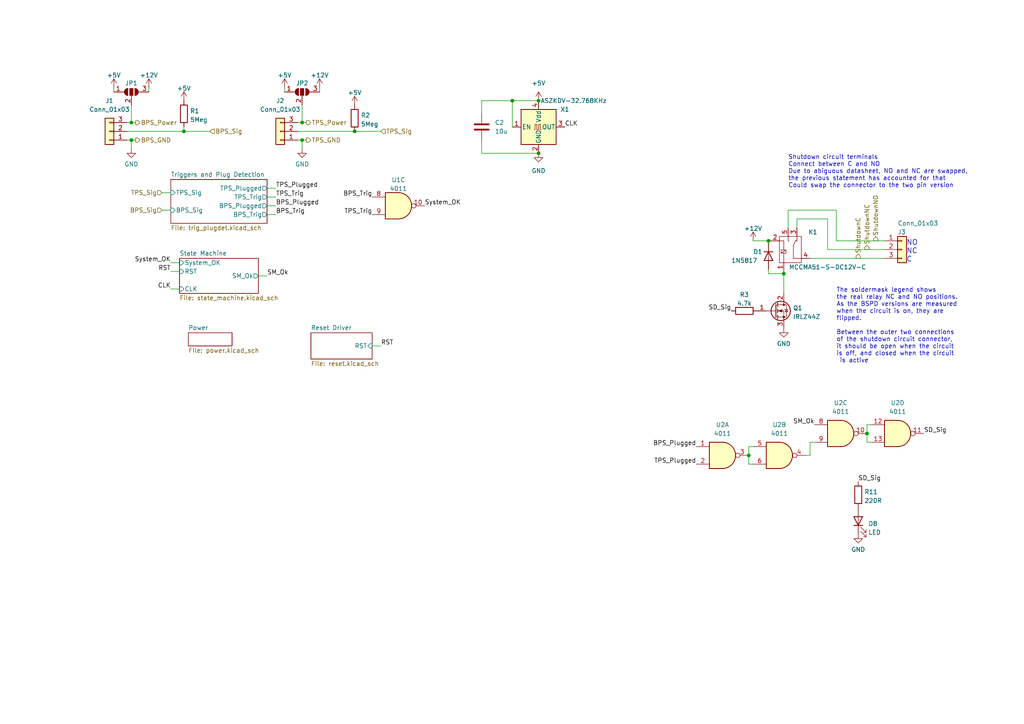
<source format=kicad_sch>
(kicad_sch (version 20230121) (generator eeschema)
  (paper "A4")
  (lib_symbols
    (symbol "4xxx:4011" (pin_names (offset 1.016))
      (property "Reference" "U" (at 0 1.27 0))
      (property "Value" "4011" (at 0 -1.27 0))
      (symbol "4011_1_1"
        (arc (start 0 -3.81) (mid 3.7934 0) (end 0 3.81) (stroke (width 0.254)) (fill (type background)))
        (polyline (pts (xy 0 3.81) (xy -3.81 3.81) (xy -3.81 -3.81) (xy 0 -3.81)) (stroke (width 0.254)) (fill (type background)))
        (pin input line (at -7.62 2.54 0) (length 3.81) (name "~") (number "1"))
        (pin input line (at -7.62 -2.54 0) (length 3.81) (name "~") (number "2"))
        (pin output inverted (at 7.62 0 180) (length 3.81) (name "~") (number "3"))
      )
      (symbol "4011_1_2"
        (arc (start -3.81 -3.81) (mid -2.589 0) (end -3.81 3.81) (stroke (width 0.254)))
        (arc (start -0.6096 -3.81) (mid 2.1842 -2.5851) (end 3.81 0) (stroke (width 0.254)) (fill (type background)))
        (polyline (pts (xy -3.81 -3.81) (xy -0.635 -3.81)) (stroke (width 0.254)) (fill (type background)))
        (polyline (pts (xy -3.81 3.81) (xy -0.635 3.81)) (stroke (width 0.254)) (fill (type background)))
        (polyline (pts (xy -0.635 3.81) (xy -3.81 3.81) (xy -3.81 3.81) (xy -3.556 3.4036) (xy -3.0226 2.2606) (xy -2.6924 1.0414) (xy -2.6162 -0.254) (xy -2.7686 -1.4986) (xy -3.175 -2.7178) (xy -3.81 -3.81) (xy -3.81 -3.81) (xy -0.635 -3.81)) (stroke (width -25.4)) (fill (type background)))
        (arc (start 3.81 0) (mid 2.1915 2.5936) (end -0.6096 3.81) (stroke (width 0.254)) (fill (type background)))
        (pin input inverted (at -7.62 2.54 0) (length 4.318) (name "~") (number "1"))
        (pin input inverted (at -7.62 -2.54 0) (length 4.318) (name "~") (number "2"))
        (pin output line (at 7.62 0 180) (length 3.81) (name "~") (number "3"))
      )
      (symbol "4011_2_1"
        (arc (start 0 -3.81) (mid 3.7934 0) (end 0 3.81) (stroke (width 0.254)) (fill (type background)))
        (polyline (pts (xy 0 3.81) (xy -3.81 3.81) (xy -3.81 -3.81) (xy 0 -3.81)) (stroke (width 0.254)) (fill (type background)))
        (pin output inverted (at 7.62 0 180) (length 3.81) (name "~") (number "4"))
        (pin input line (at -7.62 2.54 0) (length 3.81) (name "~") (number "5"))
        (pin input line (at -7.62 -2.54 0) (length 3.81) (name "~") (number "6"))
      )
      (symbol "4011_2_2"
        (arc (start -3.81 -3.81) (mid -2.589 0) (end -3.81 3.81) (stroke (width 0.254)))
        (arc (start -0.6096 -3.81) (mid 2.1842 -2.5851) (end 3.81 0) (stroke (width 0.254)) (fill (type background)))
        (polyline (pts (xy -3.81 -3.81) (xy -0.635 -3.81)) (stroke (width 0.254)) (fill (type background)))
        (polyline (pts (xy -3.81 3.81) (xy -0.635 3.81)) (stroke (width 0.254)) (fill (type background)))
        (polyline (pts (xy -0.635 3.81) (xy -3.81 3.81) (xy -3.81 3.81) (xy -3.556 3.4036) (xy -3.0226 2.2606) (xy -2.6924 1.0414) (xy -2.6162 -0.254) (xy -2.7686 -1.4986) (xy -3.175 -2.7178) (xy -3.81 -3.81) (xy -3.81 -3.81) (xy -0.635 -3.81)) (stroke (width -25.4)) (fill (type background)))
        (arc (start 3.81 0) (mid 2.1915 2.5936) (end -0.6096 3.81) (stroke (width 0.254)) (fill (type background)))
        (pin output line (at 7.62 0 180) (length 3.81) (name "~") (number "4"))
        (pin input inverted (at -7.62 2.54 0) (length 4.318) (name "~") (number "5"))
        (pin input inverted (at -7.62 -2.54 0) (length 4.318) (name "~") (number "6"))
      )
      (symbol "4011_3_1"
        (arc (start 0 -3.81) (mid 3.7934 0) (end 0 3.81) (stroke (width 0.254)) (fill (type background)))
        (polyline (pts (xy 0 3.81) (xy -3.81 3.81) (xy -3.81 -3.81) (xy 0 -3.81)) (stroke (width 0.254)) (fill (type background)))
        (pin output inverted (at 7.62 0 180) (length 3.81) (name "~") (number "10"))
        (pin input line (at -7.62 2.54 0) (length 3.81) (name "~") (number "8"))
        (pin input line (at -7.62 -2.54 0) (length 3.81) (name "~") (number "9"))
      )
      (symbol "4011_3_2"
        (arc (start -3.81 -3.81) (mid -2.589 0) (end -3.81 3.81) (stroke (width 0.254)))
        (arc (start -0.6096 -3.81) (mid 2.1842 -2.5851) (end 3.81 0) (stroke (width 0.254)) (fill (type background)))
        (polyline (pts (xy -3.81 -3.81) (xy -0.635 -3.81)) (stroke (width 0.254)) (fill (type background)))
        (polyline (pts (xy -3.81 3.81) (xy -0.635 3.81)) (stroke (width 0.254)) (fill (type background)))
        (polyline (pts (xy -0.635 3.81) (xy -3.81 3.81) (xy -3.81 3.81) (xy -3.556 3.4036) (xy -3.0226 2.2606) (xy -2.6924 1.0414) (xy -2.6162 -0.254) (xy -2.7686 -1.4986) (xy -3.175 -2.7178) (xy -3.81 -3.81) (xy -3.81 -3.81) (xy -0.635 -3.81)) (stroke (width -25.4)) (fill (type background)))
        (arc (start 3.81 0) (mid 2.1915 2.5936) (end -0.6096 3.81) (stroke (width 0.254)) (fill (type background)))
        (pin output line (at 7.62 0 180) (length 3.81) (name "~") (number "10"))
        (pin input inverted (at -7.62 2.54 0) (length 4.318) (name "~") (number "8"))
        (pin input inverted (at -7.62 -2.54 0) (length 4.318) (name "~") (number "9"))
      )
      (symbol "4011_4_1"
        (arc (start 0 -3.81) (mid 3.7934 0) (end 0 3.81) (stroke (width 0.254)) (fill (type background)))
        (polyline (pts (xy 0 3.81) (xy -3.81 3.81) (xy -3.81 -3.81) (xy 0 -3.81)) (stroke (width 0.254)) (fill (type background)))
        (pin output inverted (at 7.62 0 180) (length 3.81) (name "~") (number "11"))
        (pin input line (at -7.62 2.54 0) (length 3.81) (name "~") (number "12"))
        (pin input line (at -7.62 -2.54 0) (length 3.81) (name "~") (number "13"))
      )
      (symbol "4011_4_2"
        (arc (start -3.81 -3.81) (mid -2.589 0) (end -3.81 3.81) (stroke (width 0.254)))
        (arc (start -0.6096 -3.81) (mid 2.1842 -2.5851) (end 3.81 0) (stroke (width 0.254)) (fill (type background)))
        (polyline (pts (xy -3.81 -3.81) (xy -0.635 -3.81)) (stroke (width 0.254)) (fill (type background)))
        (polyline (pts (xy -3.81 3.81) (xy -0.635 3.81)) (stroke (width 0.254)) (fill (type background)))
        (polyline (pts (xy -0.635 3.81) (xy -3.81 3.81) (xy -3.81 3.81) (xy -3.556 3.4036) (xy -3.0226 2.2606) (xy -2.6924 1.0414) (xy -2.6162 -0.254) (xy -2.7686 -1.4986) (xy -3.175 -2.7178) (xy -3.81 -3.81) (xy -3.81 -3.81) (xy -0.635 -3.81)) (stroke (width -25.4)) (fill (type background)))
        (arc (start 3.81 0) (mid 2.1915 2.5936) (end -0.6096 3.81) (stroke (width 0.254)) (fill (type background)))
        (pin output line (at 7.62 0 180) (length 3.81) (name "~") (number "11"))
        (pin input inverted (at -7.62 2.54 0) (length 4.318) (name "~") (number "12"))
        (pin input inverted (at -7.62 -2.54 0) (length 4.318) (name "~") (number "13"))
      )
      (symbol "4011_5_0"
        (pin power_in line (at 0 12.7 270) (length 5.08) (name "VDD") (number "14"))
        (pin power_in line (at 0 -12.7 90) (length 5.08) (name "VSS") (number "7"))
      )
      (symbol "4011_5_1"
        (rectangle (start -5.08 7.62) (end 5.08 -7.62) (stroke (width 0.254)) (fill (type background)))
      )
    )
    (symbol "Additional_Components:Relay" (pin_names (offset 1.016))
      (property "Reference" "K" (at -2.54 5.08 0))
      (property "Value" "Relay" (at 1.27 -3.81 0))
      (symbol "Relay_0_1"
        (rectangle (start -3.81 3.81) (end 3.81 -2.54))
        (polyline (pts (xy -1.27 1.524) (xy -2.794 2.286)))
        (polyline (pts (xy 0.127 -0.635) (xy 1.016 -2.032)))
        (polyline (pts (xy 2.54 1.524) (xy -1.27 1.524)))
        (polyline (pts (xy 2.54 3.8862) (xy 2.54 1.4986)))
        (polyline (pts (xy 3.81 -1.27) (xy 1.016 -1.27)))
        (polyline (pts (xy -3.7846 0) (xy -2.5146 0) (xy -2.5146 0.2794)))
        (polyline (pts (xy -3.7846 2.5654) (xy -2.5146 2.5654) (xy -2.5146 2.2606)))
        (polyline (pts (xy 0.127 -1.27) (xy -2.54 -1.27) (xy -2.54 -2.54)))
        (rectangle (start 0.127 -0.635) (end 1.016 -2.032))
      )
      (symbol "Relay_1_1"
        (pin bidirectional line (at 6.35 -1.27 180) (length 2.54) (name "~") (number "1"))
        (pin bidirectional line (at -2.54 -5.08 90) (length 2.54) (name "~") (number "2"))
        (pin bidirectional line (at -6.35 2.54 0) (length 2.54) (name "~") (number "3"))
        (pin bidirectional line (at 2.54 6.35 270) (length 2.54) (name "~") (number "4"))
        (pin bidirectional line (at -6.35 0 0) (length 2.54) (name "~") (number "5"))
      )
    )
    (symbol "BSPD Symbols:ASZKDV-xxxMHz" (pin_names (offset 0.254))
      (property "Reference" "X" (at -5.08 6.35 0))
      (property "Value" "ASZKDV-xxxMHz" (at 1.27 -6.35 0))
      (symbol "ASZKDV-xxxMHz_0_1"
        (rectangle (start -5.08 5.08) (end 5.08 -5.08) (stroke (width 0.254)) (fill (type background)))
        (polyline (pts (xy -1.27 -0.762) (xy -1.016 -0.762) (xy -1.016 0.762) (xy -0.508 0.762) (xy -0.508 -0.762) (xy 0 -0.762) (xy 0 0.762) (xy 0.508 0.762) (xy 0.508 -0.762) (xy 0.762 -0.762)))
      )
      (symbol "ASZKDV-xxxMHz_1_1"
        (pin input line (at -7.62 0 0) (length 2.54) (name "EN") (number "1"))
        (pin power_in line (at 0 -7.62 90) (length 2.54) (name "GND") (number "2"))
        (pin output line (at 7.62 0 180) (length 2.54) (name "OUT") (number "3"))
        (pin power_in line (at 0 7.62 270) (length 2.54) (name "Vdd") (number "4"))
      )
    )
    (symbol "Connector_Generic:Conn_01x03" (pin_names (offset 1.016) hide)
      (property "Reference" "J" (at 0 5.08 0))
      (property "Value" "Conn_01x03" (at 0 -5.08 0))
      (symbol "Conn_01x03_1_1"
        (rectangle (start -1.27 -2.413) (end 0 -2.667) (stroke (width 0.1524)))
        (rectangle (start -1.27 0.127) (end 0 -0.127) (stroke (width 0.1524)))
        (rectangle (start -1.27 2.667) (end 0 2.413) (stroke (width 0.1524)))
        (rectangle (start -1.27 3.81) (end 1.27 -3.81) (stroke (width 0.254)) (fill (type background)))
        (pin passive line (at -5.08 2.54 0) (length 3.81) (name "Pin_1") (number "1"))
        (pin passive line (at -5.08 0 0) (length 3.81) (name "Pin_2") (number "2"))
        (pin passive line (at -5.08 -2.54 0) (length 3.81) (name "Pin_3") (number "3"))
      )
    )
    (symbol "Device:C" (pin_numbers hide) (pin_names (offset 0.254))
      (property "Reference" "C" (at 0.635 2.54 0))
      (property "Value" "C" (at 0.635 -2.54 0))
      (symbol "C_0_1"
        (polyline (pts (xy -2.032 -0.762) (xy 2.032 -0.762)) (stroke (width 0.508)))
        (polyline (pts (xy -2.032 0.762) (xy 2.032 0.762)) (stroke (width 0.508)))
      )
      (symbol "C_1_1"
        (pin passive line (at 0 3.81 270) (length 2.794) (name "~") (number "1"))
        (pin passive line (at 0 -3.81 90) (length 2.794) (name "~") (number "2"))
      )
    )
    (symbol "Device:LED" (pin_numbers hide) (pin_names (offset 1.016) hide)
      (property "Reference" "D" (at 0 2.54 0))
      (property "Value" "LED" (at 0 -2.54 0))
      (symbol "LED_0_1"
        (polyline (pts (xy -1.27 -1.27) (xy -1.27 1.27)) (stroke (width 0.254)))
        (polyline (pts (xy -1.27 0) (xy 1.27 0)))
        (polyline (pts (xy 1.27 -1.27) (xy 1.27 1.27) (xy -1.27 0) (xy 1.27 -1.27)) (stroke (width 0.254)))
        (polyline (pts (xy -3.048 -0.762) (xy -4.572 -2.286) (xy -3.81 -2.286) (xy -4.572 -2.286) (xy -4.572 -1.524)))
        (polyline (pts (xy -1.778 -0.762) (xy -3.302 -2.286) (xy -2.54 -2.286) (xy -3.302 -2.286) (xy -3.302 -1.524)))
      )
      (symbol "LED_1_1"
        (pin passive line (at -3.81 0 0) (length 2.54) (name "K") (number "1"))
        (pin passive line (at 3.81 0 180) (length 2.54) (name "A") (number "2"))
      )
    )
    (symbol "Device:R" (pin_numbers hide) (pin_names (offset 0))
      (property "Reference" "R" (at 2.032 0 90))
      (property "Value" "R" (at 0 0 90))
      (symbol "R_0_1"
        (rectangle (start -1.016 -2.54) (end 1.016 2.54) (stroke (width 0.254)))
      )
      (symbol "R_1_1"
        (pin passive line (at 0 3.81 270) (length 1.27) (name "~") (number "1"))
        (pin passive line (at 0 -3.81 90) (length 1.27) (name "~") (number "2"))
      )
    )
    (symbol "Diode:1N4001" (pin_numbers hide) (pin_names hide)
      (property "Reference" "D" (at 0 2.54 0))
      (property "Value" "1N4001" (at 0 -2.54 0))
      (symbol "1N4001_0_1"
        (polyline (pts (xy -1.27 1.27) (xy -1.27 -1.27)) (stroke (width 0.254)))
        (polyline (pts (xy 1.27 0) (xy -1.27 0)))
        (polyline (pts (xy 1.27 1.27) (xy 1.27 -1.27) (xy -1.27 0) (xy 1.27 1.27)) (stroke (width 0.254)))
      )
      (symbol "1N4001_1_1"
        (pin passive line (at -3.81 0 0) (length 2.54) (name "K") (number "1"))
        (pin passive line (at 3.81 0 180) (length 2.54) (name "A") (number "2"))
      )
    )
    (symbol "Jumper:SolderJumper_3_Open" (pin_names (offset 0) hide)
      (property "Reference" "JP" (at -2.54 -2.54 0))
      (property "Value" "SolderJumper_3_Open" (at 0 2.794 0))
      (symbol "SolderJumper_3_Open_0_1"
        (arc (start -1.016 1.016) (mid -2.0276 0) (end -1.016 -1.016))
        (arc (start -1.016 1.016) (mid -2.0276 0) (end -1.016 -1.016) (fill (type outline)))
        (rectangle (start -0.508 1.016) (end 0.508 -1.016) (fill (type outline)))
        (polyline (pts (xy -2.54 0) (xy -2.032 0)))
        (polyline (pts (xy -1.016 1.016) (xy -1.016 -1.016)))
        (polyline (pts (xy 0 -1.27) (xy 0 -1.016)))
        (polyline (pts (xy 1.016 1.016) (xy 1.016 -1.016)))
        (polyline (pts (xy 2.54 0) (xy 2.032 0)))
        (arc (start 1.016 -1.016) (mid 2.0276 0) (end 1.016 1.016))
        (arc (start 1.016 -1.016) (mid 2.0276 0) (end 1.016 1.016) (fill (type outline)))
      )
      (symbol "SolderJumper_3_Open_1_1"
        (pin passive line (at -5.08 0 0) (length 2.54) (name "A") (number "1"))
        (pin passive line (at 0 -3.81 90) (length 2.54) (name "C") (number "2"))
        (pin passive line (at 5.08 0 180) (length 2.54) (name "B") (number "3"))
      )
    )
    (symbol "Transistor_FET:IRLZ44N" (pin_names hide)
      (property "Reference" "Q" (at 6.35 1.905 0))
      (property "Value" "IRLZ44N" (at 6.35 0 0))
      (symbol "IRLZ44N_0_1"
        (polyline (pts (xy 0.254 0) (xy -2.54 0)))
        (polyline (pts (xy 0.254 1.905) (xy 0.254 -1.905)) (stroke (width 0.254)))
        (polyline (pts (xy 0.762 -1.27) (xy 0.762 -2.286)) (stroke (width 0.254)))
        (polyline (pts (xy 0.762 0.508) (xy 0.762 -0.508)) (stroke (width 0.254)))
        (polyline (pts (xy 0.762 2.286) (xy 0.762 1.27)) (stroke (width 0.254)))
        (polyline (pts (xy 2.54 2.54) (xy 2.54 1.778)))
        (polyline (pts (xy 2.54 -2.54) (xy 2.54 0) (xy 0.762 0)))
        (polyline (pts (xy 0.762 -1.778) (xy 3.302 -1.778) (xy 3.302 1.778) (xy 0.762 1.778)))
        (polyline (pts (xy 1.016 0) (xy 2.032 0.381) (xy 2.032 -0.381) (xy 1.016 0)) (fill (type outline)))
        (polyline (pts (xy 2.794 0.508) (xy 2.921 0.381) (xy 3.683 0.381) (xy 3.81 0.254)))
        (polyline (pts (xy 3.302 0.381) (xy 2.921 -0.254) (xy 3.683 -0.254) (xy 3.302 0.381)))
        (circle (center 1.651 0) (radius 2.794) (stroke (width 0.254)))
        (circle (center 2.54 -1.778) (radius 0.254) (fill (type outline)))
        (circle (center 2.54 1.778) (radius 0.254) (fill (type outline)))
      )
      (symbol "IRLZ44N_1_1"
        (pin input line (at -5.08 0 0) (length 2.54) (name "G") (number "1"))
        (pin passive line (at 2.54 5.08 270) (length 2.54) (name "D") (number "2"))
        (pin passive line (at 2.54 -5.08 90) (length 2.54) (name "S") (number "3"))
      )
    )
    (symbol "power:+12V" (power) (pin_names (offset 0))
      (property "Value" "+12V" (at 0 3.556 0))
      (symbol "+12V_0_1"
        (polyline (pts (xy -0.762 1.27) (xy 0 2.54)))
        (polyline (pts (xy 0 0) (xy 0 2.54)))
        (polyline (pts (xy 0 2.54) (xy 0.762 1.27)))
      )
      (symbol "+12V_1_1"
        (pin power_in line (at 0 0 90) (length 0) hide (name "+12V") (number "1"))
      )
    )
    (symbol "power:+5V" (power) (pin_names (offset 0))
      (property "Value" "+5V" (at 0 3.556 0))
      (symbol "+5V_0_1"
        (polyline (pts (xy -0.762 1.27) (xy 0 2.54)))
        (polyline (pts (xy 0 0) (xy 0 2.54)))
        (polyline (pts (xy 0 2.54) (xy 0.762 1.27)))
      )
      (symbol "+5V_1_1"
        (pin power_in line (at 0 0 90) (length 0) hide (name "+5V") (number "1"))
      )
    )
    (symbol "power:GND" (power) (pin_names (offset 0))
      (property "Value" "GND" (at 0 -3.81 0))
      (symbol "GND_0_1"
        (polyline (pts (xy 0 0) (xy 0 -1.27) (xy 1.27 -1.27) (xy 0 -2.54) (xy -1.27 -1.27) (xy 0 -1.27)))
      )
      (symbol "GND_1_1"
        (pin power_in line (at 0 0 270) (length 0) hide (name "GND") (number "1"))
      )
    )
  )
  (junction (at 227.33 79.375))
  (junction (at 38.1 40.64))
  (junction (at 53.34 38.1))
  (junction (at 102.87 38.1))
  (junction (at 222.885 69.85))
  (junction (at 156.21 29.21))
  (junction (at 217.17 132.08))
  (junction (at 87.63 35.56))
  (junction (at 87.63 40.64))
  (junction (at 156.21 44.45))
  (junction (at 251.46 125.73))
  (junction (at 38.1 35.56))
  (junction (at 148.59 29.21))
  (wire (pts (xy 251.46 123.19) (xy 251.46 125.73)))
  (wire (pts (xy 148.59 36.83) (xy 148.59 29.21)))
  (wire (pts (xy 233.68 132.08) (xy 234.95 132.08)))
  (wire (pts (xy 36.83 38.1) (xy 53.34 38.1)))
  (wire (pts (xy 227.33 78.74) (xy 227.33 79.375)))
  (wire (pts (xy 33.02 25.4) (xy 33.02 26.67)))
  (wire (pts (xy 217.17 132.08) (xy 217.17 134.62)))
  (wire (pts (xy 139.7 44.45) (xy 156.21 44.45)))
  (wire (pts (xy 222.885 78.105) (xy 222.885 79.375)))
  (wire (pts (xy 49.53 83.82) (xy 52.07 83.82)))
  (wire (pts (xy 87.63 35.56) (xy 87.63 30.48)))
  (wire (pts (xy 38.1 35.56) (xy 38.1 30.48)))
  (wire (pts (xy 228.6 60.96) (xy 228.6 66.04)))
  (wire (pts (xy 49.53 76.2) (xy 52.07 76.2)))
  (wire (pts (xy 139.7 29.21) (xy 148.59 29.21)))
  (wire (pts (xy 242.57 69.85) (xy 256.54 69.85)))
  (wire (pts (xy 222.885 69.85) (xy 223.52 69.85)))
  (wire (pts (xy 139.7 33.02) (xy 139.7 29.21)))
  (wire (pts (xy 107.95 100.33) (xy 110.49 100.33)))
  (wire (pts (xy 227.33 79.375) (xy 227.33 85.09)))
  (wire (pts (xy 38.1 40.64) (xy 36.83 40.64)))
  (wire (pts (xy 38.1 40.64) (xy 39.37 40.64)))
  (wire (pts (xy 74.93 80.01) (xy 77.47 80.01)))
  (wire (pts (xy 38.1 35.56) (xy 39.37 35.56)))
  (wire (pts (xy 87.63 43.18) (xy 87.63 40.64)))
  (wire (pts (xy 86.36 35.56) (xy 87.63 35.56)))
  (wire (pts (xy 217.17 134.62) (xy 218.44 134.62)))
  (wire (pts (xy 38.1 43.18) (xy 38.1 40.64)))
  (wire (pts (xy 43.18 25.4) (xy 43.18 26.67)))
  (wire (pts (xy 240.03 63.5) (xy 231.14 63.5)))
  (wire (pts (xy 234.95 132.08) (xy 234.95 128.27)))
  (wire (pts (xy 77.47 59.69) (xy 80.01 59.69)))
  (wire (pts (xy 49.53 78.74) (xy 52.07 78.74)))
  (wire (pts (xy 252.73 123.19) (xy 251.46 123.19)))
  (wire (pts (xy 251.46 128.27) (xy 252.73 128.27)))
  (wire (pts (xy 87.63 40.64) (xy 88.9 40.64)))
  (wire (pts (xy 82.55 25.4) (xy 82.55 26.67)))
  (wire (pts (xy 222.885 79.375) (xy 227.33 79.375)))
  (wire (pts (xy 217.17 129.54) (xy 217.17 132.08)))
  (wire (pts (xy 218.44 129.54) (xy 217.17 129.54)))
  (wire (pts (xy 242.57 60.96) (xy 242.57 69.85)))
  (wire (pts (xy 92.71 25.4) (xy 92.71 26.67)))
  (wire (pts (xy 240.03 63.5) (xy 240.03 72.39)))
  (wire (pts (xy 139.7 40.64) (xy 139.7 44.45)))
  (wire (pts (xy 251.46 125.73) (xy 251.46 128.27)))
  (wire (pts (xy 87.63 40.64) (xy 86.36 40.64)))
  (wire (pts (xy 102.87 38.1) (xy 110.49 38.1)))
  (wire (pts (xy 234.95 74.93) (xy 256.54 74.93)))
  (wire (pts (xy 218.44 69.85) (xy 222.885 69.85)))
  (wire (pts (xy 242.57 60.96) (xy 228.6 60.96)))
  (wire (pts (xy 256.54 72.39) (xy 240.03 72.39)))
  (wire (pts (xy 77.47 54.61) (xy 80.01 54.61)))
  (wire (pts (xy 53.34 36.83) (xy 53.34 38.1)))
  (wire (pts (xy 222.885 70.485) (xy 222.885 69.85)))
  (wire (pts (xy 231.14 63.5) (xy 231.14 66.04)))
  (wire (pts (xy 234.95 128.27) (xy 236.22 128.27)))
  (wire (pts (xy 77.47 62.23) (xy 80.01 62.23)))
  (wire (pts (xy 36.83 35.56) (xy 38.1 35.56)))
  (wire (pts (xy 46.99 60.96) (xy 49.53 60.96)))
  (wire (pts (xy 87.63 35.56) (xy 88.9 35.56)))
  (wire (pts (xy 46.99 55.88) (xy 49.53 55.88)))
  (wire (pts (xy 148.59 29.21) (xy 156.21 29.21)))
  (wire (pts (xy 77.47 57.15) (xy 80.01 57.15)))
  (wire (pts (xy 53.34 38.1) (xy 60.96 38.1)))
  (wire (pts (xy 86.36 38.1) (xy 102.87 38.1)))
  (text "NO\nNC\nC\n" (at 262.89 76.2 0) (effects (font (size 1.5 1.5)) (justify left bottom)))
  (text "The soldermask legend shows \nthe real relay NC and NO positions.\nAs the BSPD versions are measured \nwhen the circuit is on, they are \nflipped.\n\nBetween the outer two connections\nof the shutdown circuit connector,\nit should be open when the circuit \nis off, and closed when the circuit\n is active" (at 242.57 105.41 0) (effects (font (size 1.27 1.27)) (justify left bottom)))
  (text "Shutdown circuit terminals\nConnect between C and NO\nDue to abiguous datasheet, NO and NC are swapped,\nthe previous statement has accounted for that\nCould swap the connector to the two pin version" (at 228.6 54.61 0) (effects (font (size 1.27 1.27)) (justify left bottom)))
  (label "SD_Sig" (at 212.09 90.17 180))
  (label "CLK" (at 163.83 36.83 0))
  (label "BPS_Trig" (at 107.95 57.15 180))
  (label "SD_Sig" (at 267.97 125.73 0))
  (label "SM_Ok" (at 236.22 123.19 180))
  (label "TPS_Plugged" (at 201.93 134.62 180))
  (label "CLK" (at 49.53 83.82 180))
  (label "BPS_Plugged" (at 80.01 59.69 0))
  (label "TPS_Trig" (at 80.01 57.15 0))
  (label "System_OK" (at 123.19 59.69 0))
  (label "RST" (at 49.53 78.74 180))
  (label "System_OK" (at 49.53 76.2 180))
  (label "TPS_Plugged" (at 80.01 54.61 0))
  (label "TPS_Trig" (at 107.95 62.23 180))
  (label "SD_Sig" (at 248.92 139.7 0))
  (label "SM_Ok" (at 77.47 80.01 0))
  (label "BPS_Plugged" (at 201.93 129.54 180))
  (label "RST" (at 110.49 100.33 0))
  (label "BPS_Trig" (at 80.01 62.23 0))
  (hierarchical_label "BPS_Sig" (shape input) (at 46.99 60.96 180))
  (hierarchical_label "BPS_GND" (shape output) (at 39.37 40.64 0))
  (hierarchical_label "ShutdownNO" (shape output) (at 254 69.85 90))
  (hierarchical_label "TPS_GND" (shape output) (at 88.9 40.64 0))
  (hierarchical_label "BPS_Sig" (shape input) (at 60.96 38.1 0))
  (hierarchical_label "ShutdownNC" (shape output) (at 251.46 72.39 90))
  (hierarchical_label "ShutdownC" (shape output) (at 248.92 74.93 90))
  (hierarchical_label "TPS_Sig" (shape input) (at 46.99 55.88 180))
  (hierarchical_label "TPS_Sig" (shape input) (at 110.49 38.1 0))
  (hierarchical_label "TPS_Power" (shape output) (at 88.9 35.56 0))
  (hierarchical_label "BPS_Power" (shape output) (at 39.37 35.56 0))
  (symbol (lib_id "4xxx:4011") (at 209.55 132.08 0) (unit 1)
    (property "Reference" "U2" (at 209.5417 123.19 0))
    (property "Value" "4011" (at 209.5417 125.73 0))
    (property "Footprint" "Package_DIP:DIP-14_W7.62mm_Socket" (effects hide))
    (property "Datasheet" "http://www.intersil.com/content/dam/Intersil/documents/cd40/cd4011bms-12bms-23bms.pdf" (effects hide))
  )
  (symbol (lib_id "4xxx:4011") (at 115.57 59.69 0) (unit 3)
    (property "Reference" "U1" (at 115.57 52.1802 0))
    (property "Value" "4011" (at 115.57 54.7171 0))
    (property "Footprint" "Package_DIP:DIP-14_W7.62mm_Socket" (effects hide))
    (property "Datasheet" "http://www.intersil.com/content/dam/Intersil/documents/cd40/cd4011bms-12bms-23bms.pdf" (effects hide))
  )
  (symbol (lib_id "4xxx:4011") (at 226.06 132.08 0) (unit 2)
    (property "Reference" "U2" (at 226.0517 123.19 0))
    (property "Value" "4011" (at 226.0517 125.73 0))
    (property "Footprint" "Package_DIP:DIP-14_W7.62mm_Socket" (effects hide))
    (property "Datasheet" "http://www.intersil.com/content/dam/Intersil/documents/cd40/cd4011bms-12bms-23bms.pdf" (effects hide))
  )
  (symbol (lib_id "power:+12V") (at 43.18 25.4 0) (unit 1)
    (property "Reference" "#PWR02" (effects hide))
    (property "Value" "+12V" (at 43.18 21.8242 0))
  )
  (symbol (lib_id "Device:R") (at 215.9 90.17 90) (unit 1)
    (property "Reference" "R3" (at 215.9 85.4542 90))
    (property "Value" "4.7k" (at 215.9 87.9911 90))
    (property "Footprint" "Resistor_THT:R_Axial_DIN0207_L6.3mm_D2.5mm_P7.62mm_Horizontal" (effects hide))
  )
  (symbol (lib_id "power:GND") (at 87.63 43.18 0) (unit 1)
    (property "Reference" "#PWR08" (effects hide))
    (property "Value" "GND" (at 87.63 47.6234 0))
  )
  (symbol (lib_id "Jumper:SolderJumper_3_Open") (at 38.1 26.67 0) (unit 1)
    (property "Reference" "JP1" (at 38.1 24.13 0))
    (property "Value" "SolderJumper_3_Open" (effects hide))
    (property "Footprint" "Jumper:SolderJumper-3_P1.3mm_Open_RoundedPad1.0x1.5mm" (effects hide))
  )
  (symbol (lib_id "power:+5V") (at 102.87 30.48 0) (unit 1)
    (property "Reference" "#PWR06" (effects hide))
    (property "Value" "+5V" (at 102.87 26.9042 0))
  )
  (symbol (lib_id "power:GND") (at 156.21 44.45 0) (unit 1)
    (property "Reference" "#PWR043" (effects hide))
    (property "Value" "GND" (at 156.21 49.53 0))
  )
  (symbol (lib_id "Additional_Components:Relay") (at 228.6 72.39 270) (unit 1)
    (property "Reference" "K1" (at 235.7708 67.3185 90))
    (property "Value" "MCCMA51-S-DC12V-C" (at 240.03 77.47 90))
    (property "Footprint" "Additional Footprints:MCCMA51-S-DC12V-C" (effects hide))
    (property "Datasheet" "https://www.farnell.com/datasheets/3169904.pdf" (effects hide))
  )
  (symbol (lib_id "Device:R") (at 248.92 143.51 180) (unit 1)
    (property "Reference" "R11" (at 250.698 142.6753 0) (effects (justify right)))
    (property "Value" "220R" (at 250.698 145.2122 0) (effects (justify right)))
    (property "Footprint" "Resistor_THT:R_Axial_DIN0207_L6.3mm_D2.5mm_P7.62mm_Horizontal" (effects hide))
  )
  (symbol (lib_id "BSPD Symbols:ASZKDV-xxxMHz") (at 156.21 36.83 0) (unit 1)
    (property "Reference" "X1" (at 163.83 31.75 0))
    (property "Value" "ASZKDV-32.768KHz" (at 166.37 29.21 0))
    (property "Footprint" "Oscillator:Oscillator_SMD_Abracon_ASE-4Pin_3.2x2.5mm" (effects hide))
    (property "Datasheet" "http://www.abracon.com/Oscillators/ASV.pdf" (effects hide))
  )
  (symbol (lib_id "Connector_Generic:Conn_01x03") (at 31.75 38.1 180) (unit 1)
    (property "Reference" "J1" (at 31.75 29.21 0))
    (property "Value" "Conn_01x03" (at 31.75 31.75 0))
    (property "Footprint" "BSPD_footprints:ATF13-3P-BM03" (effects hide))
  )
  (symbol (lib_id "power:+5V") (at 82.55 25.4 0) (unit 1)
    (property "Reference" "#PWR03" (effects hide))
    (property "Value" "+5V" (at 82.55 21.8242 0))
  )
  (symbol (lib_id "Connector_Generic:Conn_01x03") (at 81.28 38.1 180) (unit 1)
    (property "Reference" "J2" (at 81.28 29.21 0))
    (property "Value" "Conn_01x03" (at 81.28 31.75 0))
    (property "Footprint" "BSPD_footprints:ATF13-3P-BM03" (effects hide))
  )
  (symbol (lib_id "Device:R") (at 102.87 34.29 180) (unit 1)
    (property "Reference" "R2" (at 104.648 33.4553 0) (effects (justify right)))
    (property "Value" "5Meg" (at 104.648 35.9922 0) (effects (justify right)))
    (property "Footprint" "Resistor_THT:R_Axial_DIN0207_L6.3mm_D2.5mm_P7.62mm_Horizontal" (effects hide))
  )
  (symbol (lib_id "Device:R") (at 53.34 33.02 180) (unit 1)
    (property "Reference" "R1" (at 55.118 32.1853 0) (effects (justify right)))
    (property "Value" "5Meg" (at 55.118 34.7222 0) (effects (justify right)))
    (property "Footprint" "Resistor_THT:R_Axial_DIN0207_L6.3mm_D2.5mm_P7.62mm_Horizontal" (effects hide))
  )
  (symbol (lib_id "power:+12V") (at 218.44 69.85 0) (unit 1)
    (property "Reference" "#PWR09" (effects hide))
    (property "Value" "+12V" (at 218.44 66.2742 0))
  )
  (symbol (lib_id "4xxx:4011") (at 260.35 125.73 0) (unit 4)
    (property "Reference" "U2" (at 260.3417 116.84 0))
    (property "Value" "4011" (at 260.3417 119.38 0))
    (property "Footprint" "Package_DIP:DIP-14_W7.62mm_Socket" (effects hide))
    (property "Datasheet" "http://www.intersil.com/content/dam/Intersil/documents/cd40/cd4011bms-12bms-23bms.pdf" (effects hide))
  )
  (symbol (lib_id "4xxx:4011") (at 243.84 125.73 0) (unit 3)
    (property "Reference" "U2" (at 243.8317 116.84 0))
    (property "Value" "4011" (at 243.8317 119.38 0))
    (property "Footprint" "Package_DIP:DIP-14_W7.62mm_Socket" (effects hide))
    (property "Datasheet" "http://www.intersil.com/content/dam/Intersil/documents/cd40/cd4011bms-12bms-23bms.pdf" (effects hide))
  )
  (symbol (lib_id "power:GND") (at 248.92 154.94 0) (unit 1)
    (property "Reference" "#PWR046" (effects hide))
    (property "Value" "GND" (at 248.92 159.3834 0))
  )
  (symbol (lib_id "power:+5V") (at 53.34 29.21 0) (unit 1)
    (property "Reference" "#PWR05" (effects hide))
    (property "Value" "+5V" (at 53.34 25.6342 0))
  )
  (symbol (lib_id "Connector_Generic:Conn_01x03") (at 261.62 72.39 0) (unit 1)
    (property "Reference" "J3" (at 260.35 67.31 0) (effects (justify left)))
    (property "Value" "Conn_01x03" (at 260.35 64.77 0) (effects (justify left)))
    (property "Footprint" "BSPD_footprints:ATF13-3P-BM03" (effects hide))
  )
  (symbol (lib_id "power:GND") (at 227.33 95.25 0) (unit 1)
    (property "Reference" "#PWR010" (effects hide))
    (property "Value" "GND" (at 227.33 99.6934 0))
  )
  (symbol (lib_id "power:+12V") (at 92.71 25.4 0) (unit 1)
    (property "Reference" "#PWR04" (effects hide))
    (property "Value" "+12V" (at 92.71 21.8242 0))
  )
  (symbol (lib_id "Jumper:SolderJumper_3_Open") (at 87.63 26.67 0) (unit 1)
    (property "Reference" "JP2" (at 87.63 24.13 0))
    (property "Value" "SolderJumper_3_Open" (effects hide))
    (property "Footprint" "Jumper:SolderJumper-3_P1.3mm_Open_RoundedPad1.0x1.5mm" (effects hide))
  )
  (symbol (lib_id "Device:C") (at 139.7 36.83 0) (unit 1)
    (property "Reference" "C2" (at 143.51 35.56 0) (effects (justify left)))
    (property "Value" "10u" (at 143.51 38.1 0) (effects (justify left)))
    (property "Footprint" "Capacitor_SMD:C_0603_1608Metric_Pad1.08x0.95mm_HandSolder" (effects hide))
    (property "Datasheet" "CL10A106KQ8NNNC" (effects hide))
  )
  (symbol (lib_id "power:+5V") (at 156.21 29.21 0) (unit 1)
    (property "Reference" "#PWR042" (effects hide))
    (property "Value" "+5V" (at 156.21 24.13 0))
  )
  (symbol (lib_id "power:+5V") (at 33.02 25.4 0) (unit 1)
    (property "Reference" "#PWR01" (effects hide))
    (property "Value" "+5V" (at 33.02 21.8242 0))
  )
  (symbol (lib_id "Transistor_FET:IRLZ44N") (at 224.79 90.17 0) (unit 1)
    (property "Reference" "Q1" (at 229.997 89.3353 0) (effects (justify left)))
    (property "Value" "IRLZ44Z" (at 229.997 91.8722 0) (effects (justify left)))
    (property "Footprint" "Package_TO_SOT_THT:TO-220-3_Horizontal_TabDown" (effects hide))
    (property "Datasheet" "http://www.irf.com/product-info/datasheets/data/irlz44n.pdf" (effects hide))
  )
  (symbol (lib_id "Device:LED") (at 248.92 151.13 90) (unit 1)
    (property "Reference" "D8" (at 251.841 151.8828 90) (effects (justify right)))
    (property "Value" "LED" (at 251.841 154.4197 90) (effects (justify right)))
    (property "Footprint" "LED_THT:LED_D5.0mm" (effects hide))
  )
  (symbol (lib_id "power:GND") (at 38.1 43.18 0) (unit 1)
    (property "Reference" "#PWR07" (effects hide))
    (property "Value" "GND" (at 38.1 47.6234 0))
  )
  (symbol (lib_id "Diode:1N4001") (at 222.885 74.295 270) (unit 1)
    (property "Reference" "D1" (at 218.44 73.025 90) (effects (justify left)))
    (property "Value" "1N5817" (at 212.09 75.565 90) (effects (justify left)))
    (property "Footprint" "Diode_THT:D_DO-41_SOD81_P10.16mm_Horizontal" (effects hide))
    (property "Datasheet" "http://www.vishay.com/docs/88503/1n4001.pdf" (effects hide))
    (property "Sim.Device" "D" (effects hide))
    (property "Sim.Pins" "1=K 2=A" (effects hide))
  )
  (sheet (at 54.61 96.52) (size 12.7 3.81) (stroke (width 0.1524))
    (property "Sheetname" "Power" (at 54.61 95.8084 0) (effects (justify left bottom)))
    (property "Sheetfile" "power.kicad_sch" (at 54.61 100.9146 0) (effects (justify left top)))
  )
  (sheet (at 49.53 52.07) (size 27.94 12.7) (stroke (width 0.1524))
    (property "Sheetname" "Triggers and Plug Detection" (at 49.53 51.3584 0) (effects (justify left bottom)))
    (property "Sheetfile" "trig_plugdet.kicad_sch" (at 49.53 65.3546 0) (effects (justify left top)))
    (pin "TPS_Sig" input (at 49.53 55.88 180))
    (pin "BPS_Sig" input (at 49.53 60.96 180))
    (pin "TPS_Plugged" output (at 77.47 54.61 0))
    (pin "BPS_Trig" output (at 77.47 62.23 0))
    (pin "TPS_Trig" output (at 77.47 57.15 0))
    (pin "BPS_Plugged" output (at 77.47 59.69 0))
  )
  (sheet (at 52.07 74.93) (size 22.86 10.16) (stroke (width 0.1524))
    (property "Sheetname" "State Machine" (at 52.07 74.2184 0) (effects (justify left bottom)))
    (property "Sheetfile" "state_machine.kicad_sch" (at 52.07 85.6746 0) (effects (justify left top)))
    (pin "CLK" input (at 52.07 83.82 180))
    (pin "System_OK" input (at 52.07 76.2 180))
    (pin "RST" input (at 52.07 78.74 180))
    (pin "SM_Ok" output (at 74.93 80.01 0))
  )
  (sheet (at 90.17 96.52) (size 17.78 7.62) (stroke (width 0.1524))
    (property "Sheetname" "Reset Driver" (at 90.17 95.8084 0) (effects (justify left bottom)))
    (property "Sheetfile" "reset.kicad_sch" (at 90.17 104.7246 0) (effects (justify left top)))
    (pin "RST" input (at 107.95 100.33 0))
  )
)
</source>
